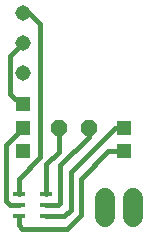
<source format=gtl>
G75*
%MOIN*%
%OFA0B0*%
%FSLAX24Y24*%
%IPPOS*%
%LPD*%
%AMOC8*
5,1,8,0,0,1.08239X$1,22.5*
%
%ADD10R,0.0413X0.0157*%
%ADD11C,0.0515*%
%ADD12C,0.0650*%
%ADD13R,0.0515X0.0515*%
%ADD14OC8,0.0520*%
%ADD15C,0.0160*%
D10*
X001235Y001257D03*
X001235Y001631D03*
X001235Y002005D03*
X002160Y002005D03*
X002160Y001631D03*
X002160Y001257D03*
D11*
X001386Y006043D03*
X001386Y007043D03*
X001386Y008043D03*
D12*
X004110Y001872D02*
X004110Y001222D01*
X005051Y001222D02*
X005051Y001872D01*
D13*
X004743Y003425D03*
X004743Y004212D03*
X001397Y004212D03*
X001397Y003425D03*
X001397Y004999D03*
D14*
X002566Y004188D03*
X003566Y004188D03*
D15*
X000940Y001631D02*
X000812Y001759D01*
X000812Y003628D01*
X001397Y004212D01*
X001397Y004999D02*
X001304Y004999D01*
X000954Y005350D01*
X000954Y006611D01*
X001386Y007043D01*
X001953Y007681D02*
X001591Y008043D01*
X001386Y008043D01*
X001953Y007681D02*
X001953Y003232D01*
X001235Y002515D01*
X001235Y002005D01*
X001235Y001631D02*
X000940Y001631D01*
X001235Y001257D02*
X001235Y000960D01*
X001357Y000838D01*
X002846Y000838D01*
X003302Y001295D01*
X003302Y002515D01*
X004212Y003425D01*
X004743Y003425D01*
X004743Y004212D02*
X004435Y004212D01*
X002967Y002744D01*
X002967Y001466D01*
X002759Y001257D01*
X002160Y001257D01*
X002160Y001631D02*
X002546Y001631D01*
X002610Y001696D01*
X002610Y002958D01*
X003566Y003914D01*
X003566Y004188D01*
X002566Y004188D02*
X002566Y003405D01*
X002160Y002999D01*
X002160Y002005D01*
M02*

</source>
